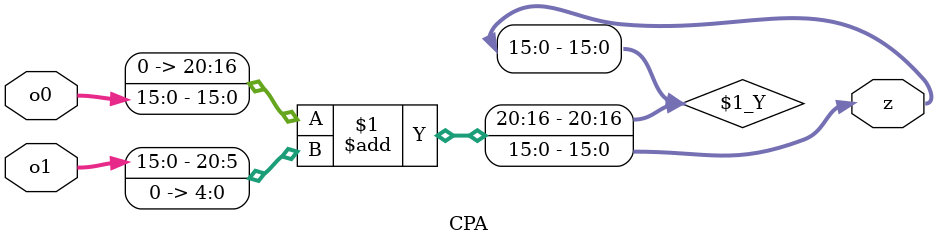
<source format=v>
module wallace8x8(a,b,z);
    input [7:0] a,b;
    output [15:0] z;

    wire [7:0]   ab0,ab1,ab2,ab3,ab4,ab5,ab6,ab7;
    wire [15:0]  s0,c0,s1,c2,s2,c2,s3,c3,s4,c4,s5,c5;

    prods pp (a,b,ab0,ab1,ab2,ab3,ab4,ab5,ab6,ab7);
    CSA c0 ({8'b0,ab0},{7'b0,ab1,1'b0},{6'b0,ab2,2'b0},s0,c0);
    CSA c1 ({8'b0,ab3},{7'b0,ab4,1'b0},{6'b0,ab5,2'b0},s1,c1);
    CSA c2 (s0,{c0[14:0],1'b0},{s1[12:0],3'b0},s2,c2);
    CSA c3 (c1,{6'b0,ab6,2'b0},{5'b0,ab7,3'b0},s3,c3);
    CSA c4 (s2,{c2[14:0],1'b0},{s3[11:0],4'b0},s4,c4);
    CSA c5 (s4,{c4[14:0],1'b0},{c3[10:0],5'b0},s5,c5);
    CPA c6 (s5,{c5[14:0],1'b0},z);

endmodule // wallace8x8


module prods(a,b,ab0,ab1,ab2,ab3,ab4,ab5,ab6,ab7);
    input [7:0] a,b;
    output [7:0] ab0,ab1,ab2,ab3,ab4,ab5,ab6,ab7;

    assign 	 ab0 = a & {8 {b[0]}};
    assign 	 ab1 = a & {8 {b[1]}};
    assign 	 ab2 = a & {8 {b[2]}};
    assign 	 ab3 = a & {8 {b[3]}};
    assign 	 ab4 = a & {8 {b[4]}};
    assign 	 ab5 = a & {8 {b[5]}};
    assign 	 ab6 = a & {8 {b[6]}};
    assign 	 ab7 = a & {8 {b[7]}};

endmodule // prods


module CSA (o0,o1,o2,s,c);
    input [15:0] o0,o1,o2;
    output [15:0] s,c;

    assign s = o0 ^ o1 ^ o2;
    assign c = o0 & o1 | o0 & o2 | o1 & o2;

endmodule // CSA


module CPA (o0,o1,z);
    input [15:0] o0,o1;
    output [15:0] z;

    assign 	  z = {5'b0,o0} + {o1,5'b0};

endmodule // CPA

</source>
